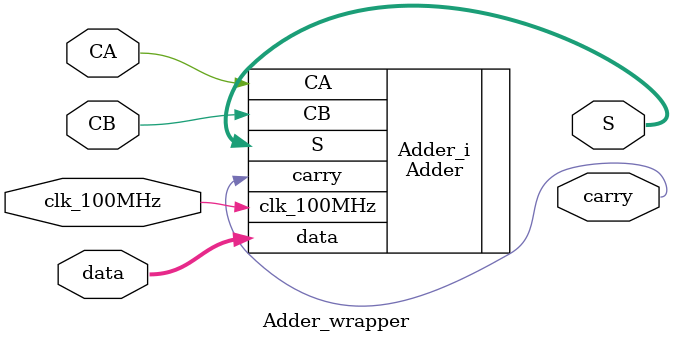
<source format=v>
`timescale 1 ps / 1 ps

module Adder_wrapper
   (CA,
    CB,
    S,
    carry,
    clk_100MHz,
    data);
  input CA;
  input CB;
  output [7:0]S;
  output carry;
  input clk_100MHz;
  input [7:0]data;

  wire CA;
  wire CB;
  wire [7:0]S;
  wire carry;
  wire clk_100MHz;
  wire [7:0]data;

  Adder Adder_i
       (.CA(CA),
        .CB(CB),
        .S(S),
        .carry(carry),
        .clk_100MHz(clk_100MHz),
        .data(data));
endmodule

</source>
